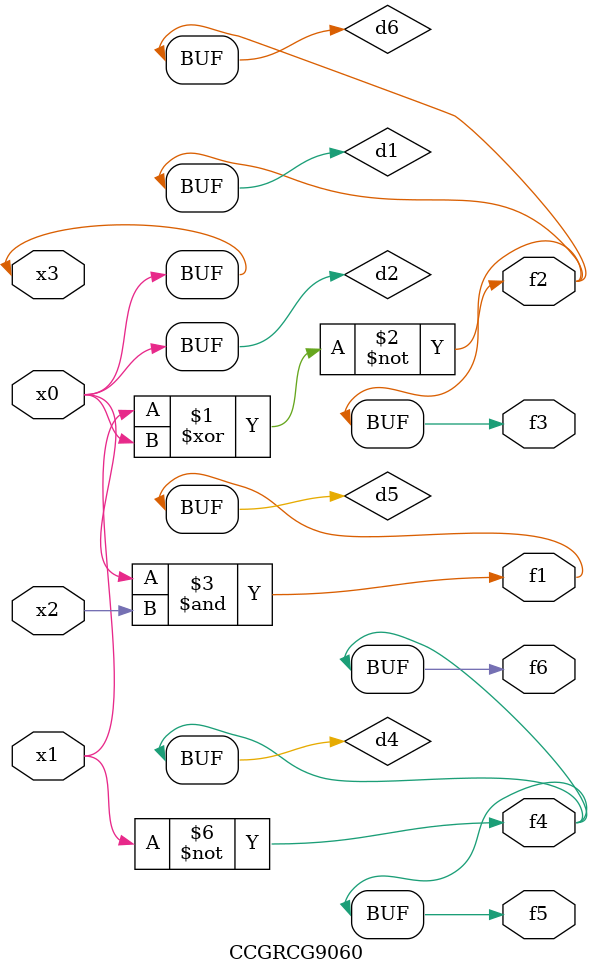
<source format=v>
module CCGRCG9060(
	input x0, x1, x2, x3,
	output f1, f2, f3, f4, f5, f6
);

	wire d1, d2, d3, d4, d5, d6;

	xnor (d1, x1, x3);
	buf (d2, x0, x3);
	nand (d3, x0, x2);
	not (d4, x1);
	nand (d5, d3);
	or (d6, d1);
	assign f1 = d5;
	assign f2 = d6;
	assign f3 = d6;
	assign f4 = d4;
	assign f5 = d4;
	assign f6 = d4;
endmodule

</source>
